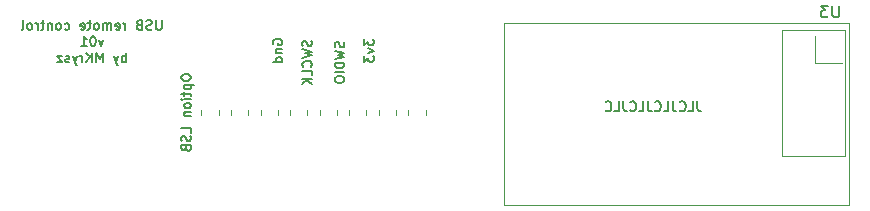
<source format=gbo>
G04 #@! TF.GenerationSoftware,KiCad,Pcbnew,(5.1.10)-1*
G04 #@! TF.CreationDate,2022-03-27T16:46:42+02:00*
G04 #@! TF.ProjectId,LaserAutoSkipper_RX_schematic,4c617365-7241-4757-946f-536b69707065,1*
G04 #@! TF.SameCoordinates,Original*
G04 #@! TF.FileFunction,Legend,Bot*
G04 #@! TF.FilePolarity,Positive*
%FSLAX46Y46*%
G04 Gerber Fmt 4.6, Leading zero omitted, Abs format (unit mm)*
G04 Created by KiCad (PCBNEW (5.1.10)-1) date 2022-03-27 16:46:42*
%MOMM*%
%LPD*%
G01*
G04 APERTURE LIST*
%ADD10C,0.152400*%
%ADD11C,0.120000*%
%ADD12C,0.150000*%
%ADD13C,1.524000*%
%ADD14R,1.524000X1.524000*%
%ADD15C,3.500000*%
%ADD16O,1.700000X1.700000*%
%ADD17R,1.700000X1.700000*%
G04 APERTURE END LIST*
D10*
X121254361Y-67054895D02*
X121254361Y-67635466D01*
X121293066Y-67751580D01*
X121370476Y-67828990D01*
X121486590Y-67867695D01*
X121564000Y-67867695D01*
X120480266Y-67867695D02*
X120867314Y-67867695D01*
X120867314Y-67054895D01*
X119744876Y-67790285D02*
X119783580Y-67828990D01*
X119899695Y-67867695D01*
X119977104Y-67867695D01*
X120093219Y-67828990D01*
X120170628Y-67751580D01*
X120209333Y-67674171D01*
X120248038Y-67519352D01*
X120248038Y-67403238D01*
X120209333Y-67248419D01*
X120170628Y-67171009D01*
X120093219Y-67093600D01*
X119977104Y-67054895D01*
X119899695Y-67054895D01*
X119783580Y-67093600D01*
X119744876Y-67132304D01*
X119164304Y-67054895D02*
X119164304Y-67635466D01*
X119203009Y-67751580D01*
X119280419Y-67828990D01*
X119396533Y-67867695D01*
X119473942Y-67867695D01*
X118390209Y-67867695D02*
X118777257Y-67867695D01*
X118777257Y-67054895D01*
X117654819Y-67790285D02*
X117693523Y-67828990D01*
X117809638Y-67867695D01*
X117887047Y-67867695D01*
X118003161Y-67828990D01*
X118080571Y-67751580D01*
X118119276Y-67674171D01*
X118157980Y-67519352D01*
X118157980Y-67403238D01*
X118119276Y-67248419D01*
X118080571Y-67171009D01*
X118003161Y-67093600D01*
X117887047Y-67054895D01*
X117809638Y-67054895D01*
X117693523Y-67093600D01*
X117654819Y-67132304D01*
X117074247Y-67054895D02*
X117074247Y-67635466D01*
X117112952Y-67751580D01*
X117190361Y-67828990D01*
X117306476Y-67867695D01*
X117383885Y-67867695D01*
X116300152Y-67867695D02*
X116687200Y-67867695D01*
X116687200Y-67054895D01*
X115564761Y-67790285D02*
X115603466Y-67828990D01*
X115719580Y-67867695D01*
X115796990Y-67867695D01*
X115913104Y-67828990D01*
X115990514Y-67751580D01*
X116029219Y-67674171D01*
X116067923Y-67519352D01*
X116067923Y-67403238D01*
X116029219Y-67248419D01*
X115990514Y-67171009D01*
X115913104Y-67093600D01*
X115796990Y-67054895D01*
X115719580Y-67054895D01*
X115603466Y-67093600D01*
X115564761Y-67132304D01*
X114984190Y-67054895D02*
X114984190Y-67635466D01*
X115022895Y-67751580D01*
X115100304Y-67828990D01*
X115216419Y-67867695D01*
X115293828Y-67867695D01*
X114210095Y-67867695D02*
X114597142Y-67867695D01*
X114597142Y-67054895D01*
X113474704Y-67790285D02*
X113513409Y-67828990D01*
X113629523Y-67867695D01*
X113706933Y-67867695D01*
X113823047Y-67828990D01*
X113900457Y-67751580D01*
X113939161Y-67674171D01*
X113977866Y-67519352D01*
X113977866Y-67403238D01*
X113939161Y-67248419D01*
X113900457Y-67171009D01*
X113823047Y-67093600D01*
X113706933Y-67054895D01*
X113629523Y-67054895D01*
X113513409Y-67093600D01*
X113474704Y-67132304D01*
X75883123Y-60183295D02*
X75883123Y-60841276D01*
X75844419Y-60918685D01*
X75805714Y-60957390D01*
X75728304Y-60996095D01*
X75573485Y-60996095D01*
X75496076Y-60957390D01*
X75457371Y-60918685D01*
X75418666Y-60841276D01*
X75418666Y-60183295D01*
X75070323Y-60957390D02*
X74954209Y-60996095D01*
X74760685Y-60996095D01*
X74683276Y-60957390D01*
X74644571Y-60918685D01*
X74605866Y-60841276D01*
X74605866Y-60763866D01*
X74644571Y-60686457D01*
X74683276Y-60647752D01*
X74760685Y-60609047D01*
X74915504Y-60570342D01*
X74992914Y-60531638D01*
X75031619Y-60492933D01*
X75070323Y-60415523D01*
X75070323Y-60338114D01*
X75031619Y-60260704D01*
X74992914Y-60222000D01*
X74915504Y-60183295D01*
X74721980Y-60183295D01*
X74605866Y-60222000D01*
X73986590Y-60570342D02*
X73870476Y-60609047D01*
X73831771Y-60647752D01*
X73793066Y-60725161D01*
X73793066Y-60841276D01*
X73831771Y-60918685D01*
X73870476Y-60957390D01*
X73947885Y-60996095D01*
X74257523Y-60996095D01*
X74257523Y-60183295D01*
X73986590Y-60183295D01*
X73909180Y-60222000D01*
X73870476Y-60260704D01*
X73831771Y-60338114D01*
X73831771Y-60415523D01*
X73870476Y-60492933D01*
X73909180Y-60531638D01*
X73986590Y-60570342D01*
X74257523Y-60570342D01*
X72825447Y-60996095D02*
X72825447Y-60454228D01*
X72825447Y-60609047D02*
X72786742Y-60531638D01*
X72748038Y-60492933D01*
X72670628Y-60454228D01*
X72593219Y-60454228D01*
X72012647Y-60957390D02*
X72090057Y-60996095D01*
X72244876Y-60996095D01*
X72322285Y-60957390D01*
X72360990Y-60879980D01*
X72360990Y-60570342D01*
X72322285Y-60492933D01*
X72244876Y-60454228D01*
X72090057Y-60454228D01*
X72012647Y-60492933D01*
X71973942Y-60570342D01*
X71973942Y-60647752D01*
X72360990Y-60725161D01*
X71625600Y-60996095D02*
X71625600Y-60454228D01*
X71625600Y-60531638D02*
X71586895Y-60492933D01*
X71509485Y-60454228D01*
X71393371Y-60454228D01*
X71315961Y-60492933D01*
X71277257Y-60570342D01*
X71277257Y-60996095D01*
X71277257Y-60570342D02*
X71238552Y-60492933D01*
X71161142Y-60454228D01*
X71045028Y-60454228D01*
X70967619Y-60492933D01*
X70928914Y-60570342D01*
X70928914Y-60996095D01*
X70425752Y-60996095D02*
X70503161Y-60957390D01*
X70541866Y-60918685D01*
X70580571Y-60841276D01*
X70580571Y-60609047D01*
X70541866Y-60531638D01*
X70503161Y-60492933D01*
X70425752Y-60454228D01*
X70309638Y-60454228D01*
X70232228Y-60492933D01*
X70193523Y-60531638D01*
X70154819Y-60609047D01*
X70154819Y-60841276D01*
X70193523Y-60918685D01*
X70232228Y-60957390D01*
X70309638Y-60996095D01*
X70425752Y-60996095D01*
X69922590Y-60454228D02*
X69612952Y-60454228D01*
X69806476Y-60183295D02*
X69806476Y-60879980D01*
X69767771Y-60957390D01*
X69690361Y-60996095D01*
X69612952Y-60996095D01*
X69032380Y-60957390D02*
X69109790Y-60996095D01*
X69264609Y-60996095D01*
X69342019Y-60957390D01*
X69380723Y-60879980D01*
X69380723Y-60570342D01*
X69342019Y-60492933D01*
X69264609Y-60454228D01*
X69109790Y-60454228D01*
X69032380Y-60492933D01*
X68993676Y-60570342D01*
X68993676Y-60647752D01*
X69380723Y-60725161D01*
X67677714Y-60957390D02*
X67755123Y-60996095D01*
X67909942Y-60996095D01*
X67987352Y-60957390D01*
X68026057Y-60918685D01*
X68064761Y-60841276D01*
X68064761Y-60609047D01*
X68026057Y-60531638D01*
X67987352Y-60492933D01*
X67909942Y-60454228D01*
X67755123Y-60454228D01*
X67677714Y-60492933D01*
X67213257Y-60996095D02*
X67290666Y-60957390D01*
X67329371Y-60918685D01*
X67368076Y-60841276D01*
X67368076Y-60609047D01*
X67329371Y-60531638D01*
X67290666Y-60492933D01*
X67213257Y-60454228D01*
X67097142Y-60454228D01*
X67019733Y-60492933D01*
X66981028Y-60531638D01*
X66942323Y-60609047D01*
X66942323Y-60841276D01*
X66981028Y-60918685D01*
X67019733Y-60957390D01*
X67097142Y-60996095D01*
X67213257Y-60996095D01*
X66593980Y-60454228D02*
X66593980Y-60996095D01*
X66593980Y-60531638D02*
X66555276Y-60492933D01*
X66477866Y-60454228D01*
X66361752Y-60454228D01*
X66284342Y-60492933D01*
X66245638Y-60570342D01*
X66245638Y-60996095D01*
X65974704Y-60454228D02*
X65665066Y-60454228D01*
X65858590Y-60183295D02*
X65858590Y-60879980D01*
X65819885Y-60957390D01*
X65742476Y-60996095D01*
X65665066Y-60996095D01*
X65394133Y-60996095D02*
X65394133Y-60454228D01*
X65394133Y-60609047D02*
X65355428Y-60531638D01*
X65316723Y-60492933D01*
X65239314Y-60454228D01*
X65161904Y-60454228D01*
X64774857Y-60996095D02*
X64852266Y-60957390D01*
X64890971Y-60918685D01*
X64929676Y-60841276D01*
X64929676Y-60609047D01*
X64890971Y-60531638D01*
X64852266Y-60492933D01*
X64774857Y-60454228D01*
X64658742Y-60454228D01*
X64581333Y-60492933D01*
X64542628Y-60531638D01*
X64503923Y-60609047D01*
X64503923Y-60841276D01*
X64542628Y-60918685D01*
X64581333Y-60957390D01*
X64658742Y-60996095D01*
X64774857Y-60996095D01*
X64039466Y-60996095D02*
X64116876Y-60957390D01*
X64155580Y-60879980D01*
X64155580Y-60183295D01*
X70967619Y-61825828D02*
X70774095Y-62367695D01*
X70580571Y-61825828D01*
X70116114Y-61554895D02*
X70038704Y-61554895D01*
X69961295Y-61593600D01*
X69922590Y-61632304D01*
X69883885Y-61709714D01*
X69845180Y-61864533D01*
X69845180Y-62058057D01*
X69883885Y-62212876D01*
X69922590Y-62290285D01*
X69961295Y-62328990D01*
X70038704Y-62367695D01*
X70116114Y-62367695D01*
X70193523Y-62328990D01*
X70232228Y-62290285D01*
X70270933Y-62212876D01*
X70309638Y-62058057D01*
X70309638Y-61864533D01*
X70270933Y-61709714D01*
X70232228Y-61632304D01*
X70193523Y-61593600D01*
X70116114Y-61554895D01*
X69071085Y-62367695D02*
X69535542Y-62367695D01*
X69303314Y-62367695D02*
X69303314Y-61554895D01*
X69380723Y-61671009D01*
X69458133Y-61748419D01*
X69535542Y-61787123D01*
X72883504Y-63739295D02*
X72883504Y-62926495D01*
X72883504Y-63236133D02*
X72806095Y-63197428D01*
X72651276Y-63197428D01*
X72573866Y-63236133D01*
X72535161Y-63274838D01*
X72496457Y-63352247D01*
X72496457Y-63584476D01*
X72535161Y-63661885D01*
X72573866Y-63700590D01*
X72651276Y-63739295D01*
X72806095Y-63739295D01*
X72883504Y-63700590D01*
X72225523Y-63197428D02*
X72032000Y-63739295D01*
X71838476Y-63197428D02*
X72032000Y-63739295D01*
X72109409Y-63932819D01*
X72148114Y-63971523D01*
X72225523Y-64010228D01*
X70909561Y-63739295D02*
X70909561Y-62926495D01*
X70638628Y-63507066D01*
X70367695Y-62926495D01*
X70367695Y-63739295D01*
X69980647Y-63739295D02*
X69980647Y-62926495D01*
X69516190Y-63739295D02*
X69864533Y-63274838D01*
X69516190Y-62926495D02*
X69980647Y-63390952D01*
X69167847Y-63739295D02*
X69167847Y-63197428D01*
X69167847Y-63352247D02*
X69129142Y-63274838D01*
X69090438Y-63236133D01*
X69013028Y-63197428D01*
X68935619Y-63197428D01*
X68742095Y-63197428D02*
X68548571Y-63739295D01*
X68355047Y-63197428D02*
X68548571Y-63739295D01*
X68625980Y-63932819D01*
X68664685Y-63971523D01*
X68742095Y-64010228D01*
X68084114Y-63700590D02*
X68006704Y-63739295D01*
X67851885Y-63739295D01*
X67774476Y-63700590D01*
X67735771Y-63623180D01*
X67735771Y-63584476D01*
X67774476Y-63507066D01*
X67851885Y-63468361D01*
X67968000Y-63468361D01*
X68045409Y-63429657D01*
X68084114Y-63352247D01*
X68084114Y-63313542D01*
X68045409Y-63236133D01*
X67968000Y-63197428D01*
X67851885Y-63197428D01*
X67774476Y-63236133D01*
X67464838Y-63197428D02*
X67039085Y-63197428D01*
X67464838Y-63739295D01*
X67039085Y-63739295D01*
X93054895Y-61782380D02*
X93054895Y-62285542D01*
X93364533Y-62014609D01*
X93364533Y-62130723D01*
X93403238Y-62208133D01*
X93441942Y-62246838D01*
X93519352Y-62285542D01*
X93712876Y-62285542D01*
X93790285Y-62246838D01*
X93828990Y-62208133D01*
X93867695Y-62130723D01*
X93867695Y-61898495D01*
X93828990Y-61821085D01*
X93790285Y-61782380D01*
X93325828Y-62556476D02*
X93867695Y-62750000D01*
X93325828Y-62943523D01*
X93054895Y-63175752D02*
X93054895Y-63678914D01*
X93364533Y-63407980D01*
X93364533Y-63524095D01*
X93403238Y-63601504D01*
X93441942Y-63640209D01*
X93519352Y-63678914D01*
X93712876Y-63678914D01*
X93790285Y-63640209D01*
X93828990Y-63601504D01*
X93867695Y-63524095D01*
X93867695Y-63291866D01*
X93828990Y-63214457D01*
X93790285Y-63175752D01*
X91328990Y-62027638D02*
X91367695Y-62143752D01*
X91367695Y-62337276D01*
X91328990Y-62414685D01*
X91290285Y-62453390D01*
X91212876Y-62492095D01*
X91135466Y-62492095D01*
X91058057Y-62453390D01*
X91019352Y-62414685D01*
X90980647Y-62337276D01*
X90941942Y-62182457D01*
X90903238Y-62105047D01*
X90864533Y-62066342D01*
X90787123Y-62027638D01*
X90709714Y-62027638D01*
X90632304Y-62066342D01*
X90593600Y-62105047D01*
X90554895Y-62182457D01*
X90554895Y-62375980D01*
X90593600Y-62492095D01*
X90554895Y-62763028D02*
X91367695Y-62956552D01*
X90787123Y-63111371D01*
X91367695Y-63266190D01*
X90554895Y-63459714D01*
X91367695Y-63769352D02*
X90554895Y-63769352D01*
X90554895Y-63962876D01*
X90593600Y-64078990D01*
X90671009Y-64156400D01*
X90748419Y-64195104D01*
X90903238Y-64233809D01*
X91019352Y-64233809D01*
X91174171Y-64195104D01*
X91251580Y-64156400D01*
X91328990Y-64078990D01*
X91367695Y-63962876D01*
X91367695Y-63769352D01*
X91367695Y-64582152D02*
X90554895Y-64582152D01*
X90554895Y-65124019D02*
X90554895Y-65278838D01*
X90593600Y-65356247D01*
X90671009Y-65433657D01*
X90825828Y-65472361D01*
X91096761Y-65472361D01*
X91251580Y-65433657D01*
X91328990Y-65356247D01*
X91367695Y-65278838D01*
X91367695Y-65124019D01*
X91328990Y-65046609D01*
X91251580Y-64969200D01*
X91096761Y-64930495D01*
X90825828Y-64930495D01*
X90671009Y-64969200D01*
X90593600Y-65046609D01*
X90554895Y-65124019D01*
X88578990Y-61911523D02*
X88617695Y-62027638D01*
X88617695Y-62221161D01*
X88578990Y-62298571D01*
X88540285Y-62337276D01*
X88462876Y-62375980D01*
X88385466Y-62375980D01*
X88308057Y-62337276D01*
X88269352Y-62298571D01*
X88230647Y-62221161D01*
X88191942Y-62066342D01*
X88153238Y-61988933D01*
X88114533Y-61950228D01*
X88037123Y-61911523D01*
X87959714Y-61911523D01*
X87882304Y-61950228D01*
X87843600Y-61988933D01*
X87804895Y-62066342D01*
X87804895Y-62259866D01*
X87843600Y-62375980D01*
X87804895Y-62646914D02*
X88617695Y-62840438D01*
X88037123Y-62995257D01*
X88617695Y-63150076D01*
X87804895Y-63343600D01*
X88540285Y-64117695D02*
X88578990Y-64078990D01*
X88617695Y-63962876D01*
X88617695Y-63885466D01*
X88578990Y-63769352D01*
X88501580Y-63691942D01*
X88424171Y-63653238D01*
X88269352Y-63614533D01*
X88153238Y-63614533D01*
X87998419Y-63653238D01*
X87921009Y-63691942D01*
X87843600Y-63769352D01*
X87804895Y-63885466D01*
X87804895Y-63962876D01*
X87843600Y-64078990D01*
X87882304Y-64117695D01*
X88617695Y-64853085D02*
X88617695Y-64466038D01*
X87804895Y-64466038D01*
X88617695Y-65124019D02*
X87804895Y-65124019D01*
X88617695Y-65588476D02*
X88153238Y-65240133D01*
X87804895Y-65588476D02*
X88269352Y-65124019D01*
X85343600Y-62227485D02*
X85304895Y-62150076D01*
X85304895Y-62033961D01*
X85343600Y-61917847D01*
X85421009Y-61840438D01*
X85498419Y-61801733D01*
X85653238Y-61763028D01*
X85769352Y-61763028D01*
X85924171Y-61801733D01*
X86001580Y-61840438D01*
X86078990Y-61917847D01*
X86117695Y-62033961D01*
X86117695Y-62111371D01*
X86078990Y-62227485D01*
X86040285Y-62266190D01*
X85769352Y-62266190D01*
X85769352Y-62111371D01*
X85575828Y-62614533D02*
X86117695Y-62614533D01*
X85653238Y-62614533D02*
X85614533Y-62653238D01*
X85575828Y-62730647D01*
X85575828Y-62846761D01*
X85614533Y-62924171D01*
X85691942Y-62962876D01*
X86117695Y-62962876D01*
X86117695Y-63698266D02*
X85304895Y-63698266D01*
X86078990Y-63698266D02*
X86117695Y-63620857D01*
X86117695Y-63466038D01*
X86078990Y-63388628D01*
X86040285Y-63349923D01*
X85962876Y-63311219D01*
X85730647Y-63311219D01*
X85653238Y-63349923D01*
X85614533Y-63388628D01*
X85575828Y-63466038D01*
X85575828Y-63620857D01*
X85614533Y-63698266D01*
X77554895Y-64961676D02*
X77554895Y-65116495D01*
X77593600Y-65193904D01*
X77671009Y-65271314D01*
X77825828Y-65310019D01*
X78096761Y-65310019D01*
X78251580Y-65271314D01*
X78328990Y-65193904D01*
X78367695Y-65116495D01*
X78367695Y-64961676D01*
X78328990Y-64884266D01*
X78251580Y-64806857D01*
X78096761Y-64768152D01*
X77825828Y-64768152D01*
X77671009Y-64806857D01*
X77593600Y-64884266D01*
X77554895Y-64961676D01*
X77825828Y-65658361D02*
X78638628Y-65658361D01*
X77864533Y-65658361D02*
X77825828Y-65735771D01*
X77825828Y-65890590D01*
X77864533Y-65968000D01*
X77903238Y-66006704D01*
X77980647Y-66045409D01*
X78212876Y-66045409D01*
X78290285Y-66006704D01*
X78328990Y-65968000D01*
X78367695Y-65890590D01*
X78367695Y-65735771D01*
X78328990Y-65658361D01*
X77825828Y-66277638D02*
X77825828Y-66587276D01*
X77554895Y-66393752D02*
X78251580Y-66393752D01*
X78328990Y-66432457D01*
X78367695Y-66509866D01*
X78367695Y-66587276D01*
X78367695Y-66858209D02*
X77825828Y-66858209D01*
X77554895Y-66858209D02*
X77593600Y-66819504D01*
X77632304Y-66858209D01*
X77593600Y-66896914D01*
X77554895Y-66858209D01*
X77632304Y-66858209D01*
X78367695Y-67361371D02*
X78328990Y-67283961D01*
X78290285Y-67245257D01*
X78212876Y-67206552D01*
X77980647Y-67206552D01*
X77903238Y-67245257D01*
X77864533Y-67283961D01*
X77825828Y-67361371D01*
X77825828Y-67477485D01*
X77864533Y-67554895D01*
X77903238Y-67593600D01*
X77980647Y-67632304D01*
X78212876Y-67632304D01*
X78290285Y-67593600D01*
X78328990Y-67554895D01*
X78367695Y-67477485D01*
X78367695Y-67361371D01*
X77825828Y-67980647D02*
X78367695Y-67980647D01*
X77903238Y-67980647D02*
X77864533Y-68019352D01*
X77825828Y-68096761D01*
X77825828Y-68212876D01*
X77864533Y-68290285D01*
X77941942Y-68328990D01*
X78367695Y-68328990D01*
X78367695Y-69722361D02*
X78367695Y-69335314D01*
X77554895Y-69335314D01*
X78328990Y-69954590D02*
X78367695Y-70070704D01*
X78367695Y-70264228D01*
X78328990Y-70341638D01*
X78290285Y-70380342D01*
X78212876Y-70419047D01*
X78135466Y-70419047D01*
X78058057Y-70380342D01*
X78019352Y-70341638D01*
X77980647Y-70264228D01*
X77941942Y-70109409D01*
X77903238Y-70032000D01*
X77864533Y-69993295D01*
X77787123Y-69954590D01*
X77709714Y-69954590D01*
X77632304Y-69993295D01*
X77593600Y-70032000D01*
X77554895Y-70109409D01*
X77554895Y-70302933D01*
X77593600Y-70419047D01*
X77941942Y-71038323D02*
X77980647Y-71154438D01*
X78019352Y-71193142D01*
X78096761Y-71231847D01*
X78212876Y-71231847D01*
X78290285Y-71193142D01*
X78328990Y-71154438D01*
X78367695Y-71077028D01*
X78367695Y-70767390D01*
X77554895Y-70767390D01*
X77554895Y-71038323D01*
X77593600Y-71115733D01*
X77632304Y-71154438D01*
X77709714Y-71193142D01*
X77787123Y-71193142D01*
X77864533Y-71154438D01*
X77903238Y-71115733D01*
X77941942Y-71038323D01*
X77941942Y-70767390D01*
D11*
X133770000Y-60976000D02*
X128436000Y-60976000D01*
X128436000Y-60976000D02*
X128436000Y-71644000D01*
X128436000Y-71644000D02*
X133770000Y-71644000D01*
X133770000Y-71644000D02*
X133770000Y-71644000D01*
X131230000Y-61484000D02*
X131230000Y-63770000D01*
X131230000Y-63770000D02*
X133516000Y-63770000D01*
X133516000Y-63770000D02*
X133516000Y-63770000D01*
X134100000Y-60400000D02*
X104900000Y-60400000D01*
X104900000Y-60400000D02*
X104900000Y-75850000D01*
X104900000Y-75850000D02*
X134100000Y-75850000D01*
X134100000Y-75850000D02*
X134100000Y-60400000D01*
X134100000Y-60400000D02*
X134100000Y-60400000D01*
X133770000Y-71644000D02*
X133770000Y-60976000D01*
X133770000Y-60976000D02*
X133770000Y-60976000D01*
X98235000Y-68227064D02*
X98235000Y-67772936D01*
X96765000Y-68227064D02*
X96765000Y-67772936D01*
X95735000Y-68227064D02*
X95735000Y-67772936D01*
X94265000Y-68227064D02*
X94265000Y-67772936D01*
X93235000Y-68227064D02*
X93235000Y-67772936D01*
X91765000Y-68227064D02*
X91765000Y-67772936D01*
X90734999Y-68227064D02*
X90734999Y-67772936D01*
X89264999Y-68227064D02*
X89264999Y-67772936D01*
X88235000Y-68227063D02*
X88235000Y-67772935D01*
X86765000Y-68227063D02*
X86765000Y-67772935D01*
X85735000Y-68227063D02*
X85735000Y-67772935D01*
X84265000Y-68227063D02*
X84265000Y-67772935D01*
X83235000Y-68227063D02*
X83235000Y-67772935D01*
X81765000Y-68227063D02*
X81765000Y-67772935D01*
X80735000Y-68227063D02*
X80735000Y-67772935D01*
X79265000Y-68227063D02*
X79265000Y-67772935D01*
D12*
X133261904Y-58952380D02*
X133261904Y-59761904D01*
X133214285Y-59857142D01*
X133166666Y-59904761D01*
X133071428Y-59952380D01*
X132880952Y-59952380D01*
X132785714Y-59904761D01*
X132738095Y-59857142D01*
X132690476Y-59761904D01*
X132690476Y-58952380D01*
X132309523Y-58952380D02*
X131690476Y-58952380D01*
X132023809Y-59333333D01*
X131880952Y-59333333D01*
X131785714Y-59380952D01*
X131738095Y-59428571D01*
X131690476Y-59523809D01*
X131690476Y-59761904D01*
X131738095Y-59857142D01*
X131785714Y-59904761D01*
X131880952Y-59952380D01*
X132166666Y-59952380D01*
X132261904Y-59904761D01*
X132309523Y-59857142D01*
%LPC*%
D13*
X60000000Y-71500000D03*
X60000000Y-69000000D03*
X60000000Y-67000000D03*
D14*
X60000000Y-64500000D03*
D15*
X57290000Y-61430000D03*
X57290000Y-74570000D03*
D16*
X93370000Y-60000000D03*
X90830000Y-60000000D03*
X88290000Y-60000000D03*
D17*
X85750000Y-60000000D03*
D13*
X129960000Y-70120000D03*
X132500000Y-70120000D03*
X129960000Y-67580000D03*
X132500000Y-67580000D03*
X129960000Y-65040000D03*
X132500000Y-65040000D03*
X129960000Y-62500000D03*
D14*
X132500000Y-62500000D03*
G36*
G01*
X97950001Y-67600000D02*
X97049999Y-67600000D01*
G75*
G02*
X96800000Y-67350001I0J249999D01*
G01*
X96800000Y-66649999D01*
G75*
G02*
X97049999Y-66400000I249999J0D01*
G01*
X97950001Y-66400000D01*
G75*
G02*
X98200000Y-66649999I0J-249999D01*
G01*
X98200000Y-67350001D01*
G75*
G02*
X97950001Y-67600000I-249999J0D01*
G01*
G37*
G36*
G01*
X97950001Y-69600000D02*
X97049999Y-69600000D01*
G75*
G02*
X96800000Y-69350001I0J249999D01*
G01*
X96800000Y-68649999D01*
G75*
G02*
X97049999Y-68400000I249999J0D01*
G01*
X97950001Y-68400000D01*
G75*
G02*
X98200000Y-68649999I0J-249999D01*
G01*
X98200000Y-69350001D01*
G75*
G02*
X97950001Y-69600000I-249999J0D01*
G01*
G37*
G36*
G01*
X95450001Y-67600000D02*
X94549999Y-67600000D01*
G75*
G02*
X94300000Y-67350001I0J249999D01*
G01*
X94300000Y-66649999D01*
G75*
G02*
X94549999Y-66400000I249999J0D01*
G01*
X95450001Y-66400000D01*
G75*
G02*
X95700000Y-66649999I0J-249999D01*
G01*
X95700000Y-67350001D01*
G75*
G02*
X95450001Y-67600000I-249999J0D01*
G01*
G37*
G36*
G01*
X95450001Y-69600000D02*
X94549999Y-69600000D01*
G75*
G02*
X94300000Y-69350001I0J249999D01*
G01*
X94300000Y-68649999D01*
G75*
G02*
X94549999Y-68400000I249999J0D01*
G01*
X95450001Y-68400000D01*
G75*
G02*
X95700000Y-68649999I0J-249999D01*
G01*
X95700000Y-69350001D01*
G75*
G02*
X95450001Y-69600000I-249999J0D01*
G01*
G37*
G36*
G01*
X92950001Y-67600000D02*
X92049999Y-67600000D01*
G75*
G02*
X91800000Y-67350001I0J249999D01*
G01*
X91800000Y-66649999D01*
G75*
G02*
X92049999Y-66400000I249999J0D01*
G01*
X92950001Y-66400000D01*
G75*
G02*
X93200000Y-66649999I0J-249999D01*
G01*
X93200000Y-67350001D01*
G75*
G02*
X92950001Y-67600000I-249999J0D01*
G01*
G37*
G36*
G01*
X92950001Y-69600000D02*
X92049999Y-69600000D01*
G75*
G02*
X91800000Y-69350001I0J249999D01*
G01*
X91800000Y-68649999D01*
G75*
G02*
X92049999Y-68400000I249999J0D01*
G01*
X92950001Y-68400000D01*
G75*
G02*
X93200000Y-68649999I0J-249999D01*
G01*
X93200000Y-69350001D01*
G75*
G02*
X92950001Y-69600000I-249999J0D01*
G01*
G37*
G36*
G01*
X90450000Y-67600000D02*
X89549998Y-67600000D01*
G75*
G02*
X89299999Y-67350001I0J249999D01*
G01*
X89299999Y-66649999D01*
G75*
G02*
X89549998Y-66400000I249999J0D01*
G01*
X90450000Y-66400000D01*
G75*
G02*
X90699999Y-66649999I0J-249999D01*
G01*
X90699999Y-67350001D01*
G75*
G02*
X90450000Y-67600000I-249999J0D01*
G01*
G37*
G36*
G01*
X90450000Y-69600000D02*
X89549998Y-69600000D01*
G75*
G02*
X89299999Y-69350001I0J249999D01*
G01*
X89299999Y-68649999D01*
G75*
G02*
X89549998Y-68400000I249999J0D01*
G01*
X90450000Y-68400000D01*
G75*
G02*
X90699999Y-68649999I0J-249999D01*
G01*
X90699999Y-69350001D01*
G75*
G02*
X90450000Y-69600000I-249999J0D01*
G01*
G37*
G36*
G01*
X87950001Y-67599999D02*
X87049999Y-67599999D01*
G75*
G02*
X86800000Y-67350000I0J249999D01*
G01*
X86800000Y-66649998D01*
G75*
G02*
X87049999Y-66399999I249999J0D01*
G01*
X87950001Y-66399999D01*
G75*
G02*
X88200000Y-66649998I0J-249999D01*
G01*
X88200000Y-67350000D01*
G75*
G02*
X87950001Y-67599999I-249999J0D01*
G01*
G37*
G36*
G01*
X87950001Y-69599999D02*
X87049999Y-69599999D01*
G75*
G02*
X86800000Y-69350000I0J249999D01*
G01*
X86800000Y-68649998D01*
G75*
G02*
X87049999Y-68399999I249999J0D01*
G01*
X87950001Y-68399999D01*
G75*
G02*
X88200000Y-68649998I0J-249999D01*
G01*
X88200000Y-69350000D01*
G75*
G02*
X87950001Y-69599999I-249999J0D01*
G01*
G37*
G36*
G01*
X85450001Y-67599999D02*
X84549999Y-67599999D01*
G75*
G02*
X84300000Y-67350000I0J249999D01*
G01*
X84300000Y-66649998D01*
G75*
G02*
X84549999Y-66399999I249999J0D01*
G01*
X85450001Y-66399999D01*
G75*
G02*
X85700000Y-66649998I0J-249999D01*
G01*
X85700000Y-67350000D01*
G75*
G02*
X85450001Y-67599999I-249999J0D01*
G01*
G37*
G36*
G01*
X85450001Y-69599999D02*
X84549999Y-69599999D01*
G75*
G02*
X84300000Y-69350000I0J249999D01*
G01*
X84300000Y-68649998D01*
G75*
G02*
X84549999Y-68399999I249999J0D01*
G01*
X85450001Y-68399999D01*
G75*
G02*
X85700000Y-68649998I0J-249999D01*
G01*
X85700000Y-69350000D01*
G75*
G02*
X85450001Y-69599999I-249999J0D01*
G01*
G37*
G36*
G01*
X82950001Y-67599999D02*
X82049999Y-67599999D01*
G75*
G02*
X81800000Y-67350000I0J249999D01*
G01*
X81800000Y-66649998D01*
G75*
G02*
X82049999Y-66399999I249999J0D01*
G01*
X82950001Y-66399999D01*
G75*
G02*
X83200000Y-66649998I0J-249999D01*
G01*
X83200000Y-67350000D01*
G75*
G02*
X82950001Y-67599999I-249999J0D01*
G01*
G37*
G36*
G01*
X82950001Y-69599999D02*
X82049999Y-69599999D01*
G75*
G02*
X81800000Y-69350000I0J249999D01*
G01*
X81800000Y-68649998D01*
G75*
G02*
X82049999Y-68399999I249999J0D01*
G01*
X82950001Y-68399999D01*
G75*
G02*
X83200000Y-68649998I0J-249999D01*
G01*
X83200000Y-69350000D01*
G75*
G02*
X82950001Y-69599999I-249999J0D01*
G01*
G37*
G36*
G01*
X80450001Y-67599999D02*
X79549999Y-67599999D01*
G75*
G02*
X79300000Y-67350000I0J249999D01*
G01*
X79300000Y-66649998D01*
G75*
G02*
X79549999Y-66399999I249999J0D01*
G01*
X80450001Y-66399999D01*
G75*
G02*
X80700000Y-66649998I0J-249999D01*
G01*
X80700000Y-67350000D01*
G75*
G02*
X80450001Y-67599999I-249999J0D01*
G01*
G37*
G36*
G01*
X80450001Y-69599999D02*
X79549999Y-69599999D01*
G75*
G02*
X79300000Y-69350000I0J249999D01*
G01*
X79300000Y-68649998D01*
G75*
G02*
X79549999Y-68399999I249999J0D01*
G01*
X80450001Y-68399999D01*
G75*
G02*
X80700000Y-68649998I0J-249999D01*
G01*
X80700000Y-69350000D01*
G75*
G02*
X80450001Y-69599999I-249999J0D01*
G01*
G37*
M02*

</source>
